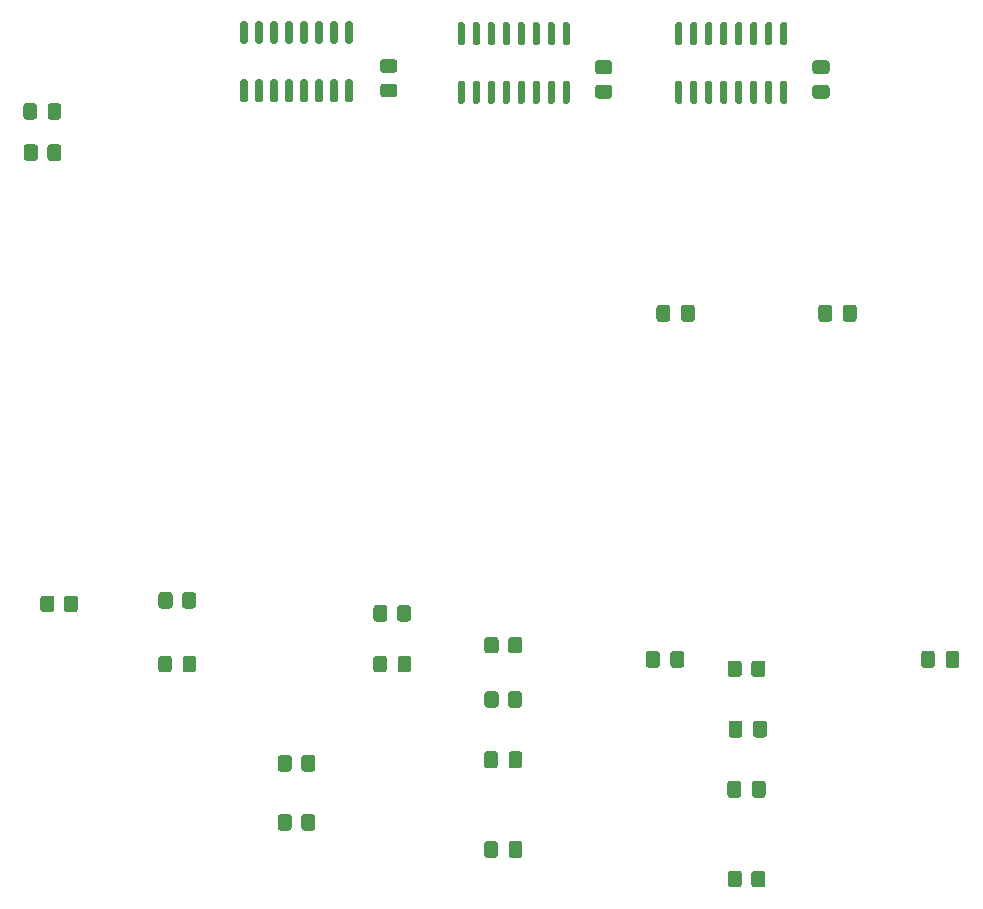
<source format=gtp>
G04 #@! TF.GenerationSoftware,KiCad,Pcbnew,(5.1.9)-1*
G04 #@! TF.CreationDate,2021-10-24T10:29:25-04:00*
G04 #@! TF.ProjectId,loader,6c6f6164-6572-42e6-9b69-6361645f7063,2.0*
G04 #@! TF.SameCoordinates,Original*
G04 #@! TF.FileFunction,Paste,Top*
G04 #@! TF.FilePolarity,Positive*
%FSLAX46Y46*%
G04 Gerber Fmt 4.6, Leading zero omitted, Abs format (unit mm)*
G04 Created by KiCad (PCBNEW (5.1.9)-1) date 2021-10-24 10:29:25*
%MOMM*%
%LPD*%
G01*
G04 APERTURE LIST*
G04 APERTURE END LIST*
G36*
G01*
X116950000Y-107750001D02*
X116950000Y-106849999D01*
G75*
G02*
X117199999Y-106600000I249999J0D01*
G01*
X117850001Y-106600000D01*
G75*
G02*
X118100000Y-106849999I0J-249999D01*
G01*
X118100000Y-107750001D01*
G75*
G02*
X117850001Y-108000000I-249999J0D01*
G01*
X117199999Y-108000000D01*
G75*
G02*
X116950000Y-107750001I0J249999D01*
G01*
G37*
G36*
G01*
X114900000Y-107750001D02*
X114900000Y-106849999D01*
G75*
G02*
X115149999Y-106600000I249999J0D01*
G01*
X115800001Y-106600000D01*
G75*
G02*
X116050000Y-106849999I0J-249999D01*
G01*
X116050000Y-107750001D01*
G75*
G02*
X115800001Y-108000000I-249999J0D01*
G01*
X115149999Y-108000000D01*
G75*
G02*
X114900000Y-107750001I0J249999D01*
G01*
G37*
G36*
G01*
X106100000Y-101749999D02*
X106100000Y-102650001D01*
G75*
G02*
X105850001Y-102900000I-249999J0D01*
G01*
X105149999Y-102900000D01*
G75*
G02*
X104900000Y-102650001I0J249999D01*
G01*
X104900000Y-101749999D01*
G75*
G02*
X105149999Y-101500000I249999J0D01*
G01*
X105850001Y-101500000D01*
G75*
G02*
X106100000Y-101749999I0J-249999D01*
G01*
G37*
G36*
G01*
X108100000Y-101749999D02*
X108100000Y-102650001D01*
G75*
G02*
X107850001Y-102900000I-249999J0D01*
G01*
X107149999Y-102900000D01*
G75*
G02*
X106900000Y-102650001I0J249999D01*
G01*
X106900000Y-101749999D01*
G75*
G02*
X107149999Y-101500000I249999J0D01*
G01*
X107850001Y-101500000D01*
G75*
G02*
X108100000Y-101749999I0J-249999D01*
G01*
G37*
G36*
G01*
X167695000Y-57900000D02*
X167995000Y-57900000D01*
G75*
G02*
X168145000Y-58050000I0J-150000D01*
G01*
X168145000Y-59700000D01*
G75*
G02*
X167995000Y-59850000I-150000J0D01*
G01*
X167695000Y-59850000D01*
G75*
G02*
X167545000Y-59700000I0J150000D01*
G01*
X167545000Y-58050000D01*
G75*
G02*
X167695000Y-57900000I150000J0D01*
G01*
G37*
G36*
G01*
X166425000Y-57900000D02*
X166725000Y-57900000D01*
G75*
G02*
X166875000Y-58050000I0J-150000D01*
G01*
X166875000Y-59700000D01*
G75*
G02*
X166725000Y-59850000I-150000J0D01*
G01*
X166425000Y-59850000D01*
G75*
G02*
X166275000Y-59700000I0J150000D01*
G01*
X166275000Y-58050000D01*
G75*
G02*
X166425000Y-57900000I150000J0D01*
G01*
G37*
G36*
G01*
X165155000Y-57900000D02*
X165455000Y-57900000D01*
G75*
G02*
X165605000Y-58050000I0J-150000D01*
G01*
X165605000Y-59700000D01*
G75*
G02*
X165455000Y-59850000I-150000J0D01*
G01*
X165155000Y-59850000D01*
G75*
G02*
X165005000Y-59700000I0J150000D01*
G01*
X165005000Y-58050000D01*
G75*
G02*
X165155000Y-57900000I150000J0D01*
G01*
G37*
G36*
G01*
X163885000Y-57900000D02*
X164185000Y-57900000D01*
G75*
G02*
X164335000Y-58050000I0J-150000D01*
G01*
X164335000Y-59700000D01*
G75*
G02*
X164185000Y-59850000I-150000J0D01*
G01*
X163885000Y-59850000D01*
G75*
G02*
X163735000Y-59700000I0J150000D01*
G01*
X163735000Y-58050000D01*
G75*
G02*
X163885000Y-57900000I150000J0D01*
G01*
G37*
G36*
G01*
X162615000Y-57900000D02*
X162915000Y-57900000D01*
G75*
G02*
X163065000Y-58050000I0J-150000D01*
G01*
X163065000Y-59700000D01*
G75*
G02*
X162915000Y-59850000I-150000J0D01*
G01*
X162615000Y-59850000D01*
G75*
G02*
X162465000Y-59700000I0J150000D01*
G01*
X162465000Y-58050000D01*
G75*
G02*
X162615000Y-57900000I150000J0D01*
G01*
G37*
G36*
G01*
X161345000Y-57900000D02*
X161645000Y-57900000D01*
G75*
G02*
X161795000Y-58050000I0J-150000D01*
G01*
X161795000Y-59700000D01*
G75*
G02*
X161645000Y-59850000I-150000J0D01*
G01*
X161345000Y-59850000D01*
G75*
G02*
X161195000Y-59700000I0J150000D01*
G01*
X161195000Y-58050000D01*
G75*
G02*
X161345000Y-57900000I150000J0D01*
G01*
G37*
G36*
G01*
X160075000Y-57900000D02*
X160375000Y-57900000D01*
G75*
G02*
X160525000Y-58050000I0J-150000D01*
G01*
X160525000Y-59700000D01*
G75*
G02*
X160375000Y-59850000I-150000J0D01*
G01*
X160075000Y-59850000D01*
G75*
G02*
X159925000Y-59700000I0J150000D01*
G01*
X159925000Y-58050000D01*
G75*
G02*
X160075000Y-57900000I150000J0D01*
G01*
G37*
G36*
G01*
X158805000Y-57900000D02*
X159105000Y-57900000D01*
G75*
G02*
X159255000Y-58050000I0J-150000D01*
G01*
X159255000Y-59700000D01*
G75*
G02*
X159105000Y-59850000I-150000J0D01*
G01*
X158805000Y-59850000D01*
G75*
G02*
X158655000Y-59700000I0J150000D01*
G01*
X158655000Y-58050000D01*
G75*
G02*
X158805000Y-57900000I150000J0D01*
G01*
G37*
G36*
G01*
X158805000Y-52950000D02*
X159105000Y-52950000D01*
G75*
G02*
X159255000Y-53100000I0J-150000D01*
G01*
X159255000Y-54750000D01*
G75*
G02*
X159105000Y-54900000I-150000J0D01*
G01*
X158805000Y-54900000D01*
G75*
G02*
X158655000Y-54750000I0J150000D01*
G01*
X158655000Y-53100000D01*
G75*
G02*
X158805000Y-52950000I150000J0D01*
G01*
G37*
G36*
G01*
X160075000Y-52950000D02*
X160375000Y-52950000D01*
G75*
G02*
X160525000Y-53100000I0J-150000D01*
G01*
X160525000Y-54750000D01*
G75*
G02*
X160375000Y-54900000I-150000J0D01*
G01*
X160075000Y-54900000D01*
G75*
G02*
X159925000Y-54750000I0J150000D01*
G01*
X159925000Y-53100000D01*
G75*
G02*
X160075000Y-52950000I150000J0D01*
G01*
G37*
G36*
G01*
X161345000Y-52950000D02*
X161645000Y-52950000D01*
G75*
G02*
X161795000Y-53100000I0J-150000D01*
G01*
X161795000Y-54750000D01*
G75*
G02*
X161645000Y-54900000I-150000J0D01*
G01*
X161345000Y-54900000D01*
G75*
G02*
X161195000Y-54750000I0J150000D01*
G01*
X161195000Y-53100000D01*
G75*
G02*
X161345000Y-52950000I150000J0D01*
G01*
G37*
G36*
G01*
X162615000Y-52950000D02*
X162915000Y-52950000D01*
G75*
G02*
X163065000Y-53100000I0J-150000D01*
G01*
X163065000Y-54750000D01*
G75*
G02*
X162915000Y-54900000I-150000J0D01*
G01*
X162615000Y-54900000D01*
G75*
G02*
X162465000Y-54750000I0J150000D01*
G01*
X162465000Y-53100000D01*
G75*
G02*
X162615000Y-52950000I150000J0D01*
G01*
G37*
G36*
G01*
X163885000Y-52950000D02*
X164185000Y-52950000D01*
G75*
G02*
X164335000Y-53100000I0J-150000D01*
G01*
X164335000Y-54750000D01*
G75*
G02*
X164185000Y-54900000I-150000J0D01*
G01*
X163885000Y-54900000D01*
G75*
G02*
X163735000Y-54750000I0J150000D01*
G01*
X163735000Y-53100000D01*
G75*
G02*
X163885000Y-52950000I150000J0D01*
G01*
G37*
G36*
G01*
X165155000Y-52950000D02*
X165455000Y-52950000D01*
G75*
G02*
X165605000Y-53100000I0J-150000D01*
G01*
X165605000Y-54750000D01*
G75*
G02*
X165455000Y-54900000I-150000J0D01*
G01*
X165155000Y-54900000D01*
G75*
G02*
X165005000Y-54750000I0J150000D01*
G01*
X165005000Y-53100000D01*
G75*
G02*
X165155000Y-52950000I150000J0D01*
G01*
G37*
G36*
G01*
X166425000Y-52950000D02*
X166725000Y-52950000D01*
G75*
G02*
X166875000Y-53100000I0J-150000D01*
G01*
X166875000Y-54750000D01*
G75*
G02*
X166725000Y-54900000I-150000J0D01*
G01*
X166425000Y-54900000D01*
G75*
G02*
X166275000Y-54750000I0J150000D01*
G01*
X166275000Y-53100000D01*
G75*
G02*
X166425000Y-52950000I150000J0D01*
G01*
G37*
G36*
G01*
X167695000Y-52950000D02*
X167995000Y-52950000D01*
G75*
G02*
X168145000Y-53100000I0J-150000D01*
G01*
X168145000Y-54750000D01*
G75*
G02*
X167995000Y-54900000I-150000J0D01*
G01*
X167695000Y-54900000D01*
G75*
G02*
X167545000Y-54750000I0J150000D01*
G01*
X167545000Y-53100000D01*
G75*
G02*
X167695000Y-52950000I150000J0D01*
G01*
G37*
G36*
G01*
X149295000Y-57900000D02*
X149595000Y-57900000D01*
G75*
G02*
X149745000Y-58050000I0J-150000D01*
G01*
X149745000Y-59700000D01*
G75*
G02*
X149595000Y-59850000I-150000J0D01*
G01*
X149295000Y-59850000D01*
G75*
G02*
X149145000Y-59700000I0J150000D01*
G01*
X149145000Y-58050000D01*
G75*
G02*
X149295000Y-57900000I150000J0D01*
G01*
G37*
G36*
G01*
X148025000Y-57900000D02*
X148325000Y-57900000D01*
G75*
G02*
X148475000Y-58050000I0J-150000D01*
G01*
X148475000Y-59700000D01*
G75*
G02*
X148325000Y-59850000I-150000J0D01*
G01*
X148025000Y-59850000D01*
G75*
G02*
X147875000Y-59700000I0J150000D01*
G01*
X147875000Y-58050000D01*
G75*
G02*
X148025000Y-57900000I150000J0D01*
G01*
G37*
G36*
G01*
X146755000Y-57900000D02*
X147055000Y-57900000D01*
G75*
G02*
X147205000Y-58050000I0J-150000D01*
G01*
X147205000Y-59700000D01*
G75*
G02*
X147055000Y-59850000I-150000J0D01*
G01*
X146755000Y-59850000D01*
G75*
G02*
X146605000Y-59700000I0J150000D01*
G01*
X146605000Y-58050000D01*
G75*
G02*
X146755000Y-57900000I150000J0D01*
G01*
G37*
G36*
G01*
X145485000Y-57900000D02*
X145785000Y-57900000D01*
G75*
G02*
X145935000Y-58050000I0J-150000D01*
G01*
X145935000Y-59700000D01*
G75*
G02*
X145785000Y-59850000I-150000J0D01*
G01*
X145485000Y-59850000D01*
G75*
G02*
X145335000Y-59700000I0J150000D01*
G01*
X145335000Y-58050000D01*
G75*
G02*
X145485000Y-57900000I150000J0D01*
G01*
G37*
G36*
G01*
X144215000Y-57900000D02*
X144515000Y-57900000D01*
G75*
G02*
X144665000Y-58050000I0J-150000D01*
G01*
X144665000Y-59700000D01*
G75*
G02*
X144515000Y-59850000I-150000J0D01*
G01*
X144215000Y-59850000D01*
G75*
G02*
X144065000Y-59700000I0J150000D01*
G01*
X144065000Y-58050000D01*
G75*
G02*
X144215000Y-57900000I150000J0D01*
G01*
G37*
G36*
G01*
X142945000Y-57900000D02*
X143245000Y-57900000D01*
G75*
G02*
X143395000Y-58050000I0J-150000D01*
G01*
X143395000Y-59700000D01*
G75*
G02*
X143245000Y-59850000I-150000J0D01*
G01*
X142945000Y-59850000D01*
G75*
G02*
X142795000Y-59700000I0J150000D01*
G01*
X142795000Y-58050000D01*
G75*
G02*
X142945000Y-57900000I150000J0D01*
G01*
G37*
G36*
G01*
X141675000Y-57900000D02*
X141975000Y-57900000D01*
G75*
G02*
X142125000Y-58050000I0J-150000D01*
G01*
X142125000Y-59700000D01*
G75*
G02*
X141975000Y-59850000I-150000J0D01*
G01*
X141675000Y-59850000D01*
G75*
G02*
X141525000Y-59700000I0J150000D01*
G01*
X141525000Y-58050000D01*
G75*
G02*
X141675000Y-57900000I150000J0D01*
G01*
G37*
G36*
G01*
X140405000Y-57900000D02*
X140705000Y-57900000D01*
G75*
G02*
X140855000Y-58050000I0J-150000D01*
G01*
X140855000Y-59700000D01*
G75*
G02*
X140705000Y-59850000I-150000J0D01*
G01*
X140405000Y-59850000D01*
G75*
G02*
X140255000Y-59700000I0J150000D01*
G01*
X140255000Y-58050000D01*
G75*
G02*
X140405000Y-57900000I150000J0D01*
G01*
G37*
G36*
G01*
X140405000Y-52950000D02*
X140705000Y-52950000D01*
G75*
G02*
X140855000Y-53100000I0J-150000D01*
G01*
X140855000Y-54750000D01*
G75*
G02*
X140705000Y-54900000I-150000J0D01*
G01*
X140405000Y-54900000D01*
G75*
G02*
X140255000Y-54750000I0J150000D01*
G01*
X140255000Y-53100000D01*
G75*
G02*
X140405000Y-52950000I150000J0D01*
G01*
G37*
G36*
G01*
X141675000Y-52950000D02*
X141975000Y-52950000D01*
G75*
G02*
X142125000Y-53100000I0J-150000D01*
G01*
X142125000Y-54750000D01*
G75*
G02*
X141975000Y-54900000I-150000J0D01*
G01*
X141675000Y-54900000D01*
G75*
G02*
X141525000Y-54750000I0J150000D01*
G01*
X141525000Y-53100000D01*
G75*
G02*
X141675000Y-52950000I150000J0D01*
G01*
G37*
G36*
G01*
X142945000Y-52950000D02*
X143245000Y-52950000D01*
G75*
G02*
X143395000Y-53100000I0J-150000D01*
G01*
X143395000Y-54750000D01*
G75*
G02*
X143245000Y-54900000I-150000J0D01*
G01*
X142945000Y-54900000D01*
G75*
G02*
X142795000Y-54750000I0J150000D01*
G01*
X142795000Y-53100000D01*
G75*
G02*
X142945000Y-52950000I150000J0D01*
G01*
G37*
G36*
G01*
X144215000Y-52950000D02*
X144515000Y-52950000D01*
G75*
G02*
X144665000Y-53100000I0J-150000D01*
G01*
X144665000Y-54750000D01*
G75*
G02*
X144515000Y-54900000I-150000J0D01*
G01*
X144215000Y-54900000D01*
G75*
G02*
X144065000Y-54750000I0J150000D01*
G01*
X144065000Y-53100000D01*
G75*
G02*
X144215000Y-52950000I150000J0D01*
G01*
G37*
G36*
G01*
X145485000Y-52950000D02*
X145785000Y-52950000D01*
G75*
G02*
X145935000Y-53100000I0J-150000D01*
G01*
X145935000Y-54750000D01*
G75*
G02*
X145785000Y-54900000I-150000J0D01*
G01*
X145485000Y-54900000D01*
G75*
G02*
X145335000Y-54750000I0J150000D01*
G01*
X145335000Y-53100000D01*
G75*
G02*
X145485000Y-52950000I150000J0D01*
G01*
G37*
G36*
G01*
X146755000Y-52950000D02*
X147055000Y-52950000D01*
G75*
G02*
X147205000Y-53100000I0J-150000D01*
G01*
X147205000Y-54750000D01*
G75*
G02*
X147055000Y-54900000I-150000J0D01*
G01*
X146755000Y-54900000D01*
G75*
G02*
X146605000Y-54750000I0J150000D01*
G01*
X146605000Y-53100000D01*
G75*
G02*
X146755000Y-52950000I150000J0D01*
G01*
G37*
G36*
G01*
X148025000Y-52950000D02*
X148325000Y-52950000D01*
G75*
G02*
X148475000Y-53100000I0J-150000D01*
G01*
X148475000Y-54750000D01*
G75*
G02*
X148325000Y-54900000I-150000J0D01*
G01*
X148025000Y-54900000D01*
G75*
G02*
X147875000Y-54750000I0J150000D01*
G01*
X147875000Y-53100000D01*
G75*
G02*
X148025000Y-52950000I150000J0D01*
G01*
G37*
G36*
G01*
X149295000Y-52950000D02*
X149595000Y-52950000D01*
G75*
G02*
X149745000Y-53100000I0J-150000D01*
G01*
X149745000Y-54750000D01*
G75*
G02*
X149595000Y-54900000I-150000J0D01*
G01*
X149295000Y-54900000D01*
G75*
G02*
X149145000Y-54750000I0J150000D01*
G01*
X149145000Y-53100000D01*
G75*
G02*
X149295000Y-52950000I150000J0D01*
G01*
G37*
G36*
G01*
X130895000Y-57800000D02*
X131195000Y-57800000D01*
G75*
G02*
X131345000Y-57950000I0J-150000D01*
G01*
X131345000Y-59600000D01*
G75*
G02*
X131195000Y-59750000I-150000J0D01*
G01*
X130895000Y-59750000D01*
G75*
G02*
X130745000Y-59600000I0J150000D01*
G01*
X130745000Y-57950000D01*
G75*
G02*
X130895000Y-57800000I150000J0D01*
G01*
G37*
G36*
G01*
X129625000Y-57800000D02*
X129925000Y-57800000D01*
G75*
G02*
X130075000Y-57950000I0J-150000D01*
G01*
X130075000Y-59600000D01*
G75*
G02*
X129925000Y-59750000I-150000J0D01*
G01*
X129625000Y-59750000D01*
G75*
G02*
X129475000Y-59600000I0J150000D01*
G01*
X129475000Y-57950000D01*
G75*
G02*
X129625000Y-57800000I150000J0D01*
G01*
G37*
G36*
G01*
X128355000Y-57800000D02*
X128655000Y-57800000D01*
G75*
G02*
X128805000Y-57950000I0J-150000D01*
G01*
X128805000Y-59600000D01*
G75*
G02*
X128655000Y-59750000I-150000J0D01*
G01*
X128355000Y-59750000D01*
G75*
G02*
X128205000Y-59600000I0J150000D01*
G01*
X128205000Y-57950000D01*
G75*
G02*
X128355000Y-57800000I150000J0D01*
G01*
G37*
G36*
G01*
X127085000Y-57800000D02*
X127385000Y-57800000D01*
G75*
G02*
X127535000Y-57950000I0J-150000D01*
G01*
X127535000Y-59600000D01*
G75*
G02*
X127385000Y-59750000I-150000J0D01*
G01*
X127085000Y-59750000D01*
G75*
G02*
X126935000Y-59600000I0J150000D01*
G01*
X126935000Y-57950000D01*
G75*
G02*
X127085000Y-57800000I150000J0D01*
G01*
G37*
G36*
G01*
X125815000Y-57800000D02*
X126115000Y-57800000D01*
G75*
G02*
X126265000Y-57950000I0J-150000D01*
G01*
X126265000Y-59600000D01*
G75*
G02*
X126115000Y-59750000I-150000J0D01*
G01*
X125815000Y-59750000D01*
G75*
G02*
X125665000Y-59600000I0J150000D01*
G01*
X125665000Y-57950000D01*
G75*
G02*
X125815000Y-57800000I150000J0D01*
G01*
G37*
G36*
G01*
X124545000Y-57800000D02*
X124845000Y-57800000D01*
G75*
G02*
X124995000Y-57950000I0J-150000D01*
G01*
X124995000Y-59600000D01*
G75*
G02*
X124845000Y-59750000I-150000J0D01*
G01*
X124545000Y-59750000D01*
G75*
G02*
X124395000Y-59600000I0J150000D01*
G01*
X124395000Y-57950000D01*
G75*
G02*
X124545000Y-57800000I150000J0D01*
G01*
G37*
G36*
G01*
X123275000Y-57800000D02*
X123575000Y-57800000D01*
G75*
G02*
X123725000Y-57950000I0J-150000D01*
G01*
X123725000Y-59600000D01*
G75*
G02*
X123575000Y-59750000I-150000J0D01*
G01*
X123275000Y-59750000D01*
G75*
G02*
X123125000Y-59600000I0J150000D01*
G01*
X123125000Y-57950000D01*
G75*
G02*
X123275000Y-57800000I150000J0D01*
G01*
G37*
G36*
G01*
X122005000Y-57800000D02*
X122305000Y-57800000D01*
G75*
G02*
X122455000Y-57950000I0J-150000D01*
G01*
X122455000Y-59600000D01*
G75*
G02*
X122305000Y-59750000I-150000J0D01*
G01*
X122005000Y-59750000D01*
G75*
G02*
X121855000Y-59600000I0J150000D01*
G01*
X121855000Y-57950000D01*
G75*
G02*
X122005000Y-57800000I150000J0D01*
G01*
G37*
G36*
G01*
X122005000Y-52850000D02*
X122305000Y-52850000D01*
G75*
G02*
X122455000Y-53000000I0J-150000D01*
G01*
X122455000Y-54650000D01*
G75*
G02*
X122305000Y-54800000I-150000J0D01*
G01*
X122005000Y-54800000D01*
G75*
G02*
X121855000Y-54650000I0J150000D01*
G01*
X121855000Y-53000000D01*
G75*
G02*
X122005000Y-52850000I150000J0D01*
G01*
G37*
G36*
G01*
X123275000Y-52850000D02*
X123575000Y-52850000D01*
G75*
G02*
X123725000Y-53000000I0J-150000D01*
G01*
X123725000Y-54650000D01*
G75*
G02*
X123575000Y-54800000I-150000J0D01*
G01*
X123275000Y-54800000D01*
G75*
G02*
X123125000Y-54650000I0J150000D01*
G01*
X123125000Y-53000000D01*
G75*
G02*
X123275000Y-52850000I150000J0D01*
G01*
G37*
G36*
G01*
X124545000Y-52850000D02*
X124845000Y-52850000D01*
G75*
G02*
X124995000Y-53000000I0J-150000D01*
G01*
X124995000Y-54650000D01*
G75*
G02*
X124845000Y-54800000I-150000J0D01*
G01*
X124545000Y-54800000D01*
G75*
G02*
X124395000Y-54650000I0J150000D01*
G01*
X124395000Y-53000000D01*
G75*
G02*
X124545000Y-52850000I150000J0D01*
G01*
G37*
G36*
G01*
X125815000Y-52850000D02*
X126115000Y-52850000D01*
G75*
G02*
X126265000Y-53000000I0J-150000D01*
G01*
X126265000Y-54650000D01*
G75*
G02*
X126115000Y-54800000I-150000J0D01*
G01*
X125815000Y-54800000D01*
G75*
G02*
X125665000Y-54650000I0J150000D01*
G01*
X125665000Y-53000000D01*
G75*
G02*
X125815000Y-52850000I150000J0D01*
G01*
G37*
G36*
G01*
X127085000Y-52850000D02*
X127385000Y-52850000D01*
G75*
G02*
X127535000Y-53000000I0J-150000D01*
G01*
X127535000Y-54650000D01*
G75*
G02*
X127385000Y-54800000I-150000J0D01*
G01*
X127085000Y-54800000D01*
G75*
G02*
X126935000Y-54650000I0J150000D01*
G01*
X126935000Y-53000000D01*
G75*
G02*
X127085000Y-52850000I150000J0D01*
G01*
G37*
G36*
G01*
X128355000Y-52850000D02*
X128655000Y-52850000D01*
G75*
G02*
X128805000Y-53000000I0J-150000D01*
G01*
X128805000Y-54650000D01*
G75*
G02*
X128655000Y-54800000I-150000J0D01*
G01*
X128355000Y-54800000D01*
G75*
G02*
X128205000Y-54650000I0J150000D01*
G01*
X128205000Y-53000000D01*
G75*
G02*
X128355000Y-52850000I150000J0D01*
G01*
G37*
G36*
G01*
X129625000Y-52850000D02*
X129925000Y-52850000D01*
G75*
G02*
X130075000Y-53000000I0J-150000D01*
G01*
X130075000Y-54650000D01*
G75*
G02*
X129925000Y-54800000I-150000J0D01*
G01*
X129625000Y-54800000D01*
G75*
G02*
X129475000Y-54650000I0J150000D01*
G01*
X129475000Y-53000000D01*
G75*
G02*
X129625000Y-52850000I150000J0D01*
G01*
G37*
G36*
G01*
X130895000Y-52850000D02*
X131195000Y-52850000D01*
G75*
G02*
X131345000Y-53000000I0J-150000D01*
G01*
X131345000Y-54650000D01*
G75*
G02*
X131195000Y-54800000I-150000J0D01*
G01*
X130895000Y-54800000D01*
G75*
G02*
X130745000Y-54650000I0J150000D01*
G01*
X130745000Y-53000000D01*
G75*
G02*
X130895000Y-52850000I150000J0D01*
G01*
G37*
G36*
G01*
X134300000Y-102549999D02*
X134300000Y-103450001D01*
G75*
G02*
X134050001Y-103700000I-249999J0D01*
G01*
X133349999Y-103700000D01*
G75*
G02*
X133100000Y-103450001I0J249999D01*
G01*
X133100000Y-102549999D01*
G75*
G02*
X133349999Y-102300000I249999J0D01*
G01*
X134050001Y-102300000D01*
G75*
G02*
X134300000Y-102549999I0J-249999D01*
G01*
G37*
G36*
G01*
X136300000Y-102549999D02*
X136300000Y-103450001D01*
G75*
G02*
X136050001Y-103700000I-249999J0D01*
G01*
X135349999Y-103700000D01*
G75*
G02*
X135100000Y-103450001I0J249999D01*
G01*
X135100000Y-102549999D01*
G75*
G02*
X135349999Y-102300000I249999J0D01*
G01*
X136050001Y-102300000D01*
G75*
G02*
X136300000Y-102549999I0J-249999D01*
G01*
G37*
G36*
G01*
X116100000Y-101449999D02*
X116100000Y-102350001D01*
G75*
G02*
X115850001Y-102600000I-249999J0D01*
G01*
X115149999Y-102600000D01*
G75*
G02*
X114900000Y-102350001I0J249999D01*
G01*
X114900000Y-101449999D01*
G75*
G02*
X115149999Y-101200000I249999J0D01*
G01*
X115850001Y-101200000D01*
G75*
G02*
X116100000Y-101449999I0J-249999D01*
G01*
G37*
G36*
G01*
X118100000Y-101449999D02*
X118100000Y-102350001D01*
G75*
G02*
X117850001Y-102600000I-249999J0D01*
G01*
X117149999Y-102600000D01*
G75*
G02*
X116900000Y-102350001I0J249999D01*
G01*
X116900000Y-101449999D01*
G75*
G02*
X117149999Y-101200000I249999J0D01*
G01*
X117850001Y-101200000D01*
G75*
G02*
X118100000Y-101449999I0J-249999D01*
G01*
G37*
G36*
G01*
X135150000Y-107750001D02*
X135150000Y-106849999D01*
G75*
G02*
X135399999Y-106600000I249999J0D01*
G01*
X136050001Y-106600000D01*
G75*
G02*
X136300000Y-106849999I0J-249999D01*
G01*
X136300000Y-107750001D01*
G75*
G02*
X136050001Y-108000000I-249999J0D01*
G01*
X135399999Y-108000000D01*
G75*
G02*
X135150000Y-107750001I0J249999D01*
G01*
G37*
G36*
G01*
X133100000Y-107750001D02*
X133100000Y-106849999D01*
G75*
G02*
X133349999Y-106600000I249999J0D01*
G01*
X134000001Y-106600000D01*
G75*
G02*
X134250000Y-106849999I0J-249999D01*
G01*
X134250000Y-107750001D01*
G75*
G02*
X134000001Y-108000000I-249999J0D01*
G01*
X133349999Y-108000000D01*
G75*
G02*
X133100000Y-107750001I0J249999D01*
G01*
G37*
G36*
G01*
X143700000Y-105249999D02*
X143700000Y-106150001D01*
G75*
G02*
X143450001Y-106400000I-249999J0D01*
G01*
X142749999Y-106400000D01*
G75*
G02*
X142500000Y-106150001I0J249999D01*
G01*
X142500000Y-105249999D01*
G75*
G02*
X142749999Y-105000000I249999J0D01*
G01*
X143450001Y-105000000D01*
G75*
G02*
X143700000Y-105249999I0J-249999D01*
G01*
G37*
G36*
G01*
X145700000Y-105249999D02*
X145700000Y-106150001D01*
G75*
G02*
X145450001Y-106400000I-249999J0D01*
G01*
X144749999Y-106400000D01*
G75*
G02*
X144500000Y-106150001I0J249999D01*
G01*
X144500000Y-105249999D01*
G75*
G02*
X144749999Y-105000000I249999J0D01*
G01*
X145450001Y-105000000D01*
G75*
G02*
X145700000Y-105249999I0J-249999D01*
G01*
G37*
G36*
G01*
X126200000Y-120249999D02*
X126200000Y-121150001D01*
G75*
G02*
X125950001Y-121400000I-249999J0D01*
G01*
X125249999Y-121400000D01*
G75*
G02*
X125000000Y-121150001I0J249999D01*
G01*
X125000000Y-120249999D01*
G75*
G02*
X125249999Y-120000000I249999J0D01*
G01*
X125950001Y-120000000D01*
G75*
G02*
X126200000Y-120249999I0J-249999D01*
G01*
G37*
G36*
G01*
X128200000Y-120249999D02*
X128200000Y-121150001D01*
G75*
G02*
X127950001Y-121400000I-249999J0D01*
G01*
X127249999Y-121400000D01*
G75*
G02*
X127000000Y-121150001I0J249999D01*
G01*
X127000000Y-120249999D01*
G75*
G02*
X127249999Y-120000000I249999J0D01*
G01*
X127950001Y-120000000D01*
G75*
G02*
X128200000Y-120249999I0J-249999D01*
G01*
G37*
G36*
G01*
X127000000Y-116150001D02*
X127000000Y-115249999D01*
G75*
G02*
X127249999Y-115000000I249999J0D01*
G01*
X127950001Y-115000000D01*
G75*
G02*
X128200000Y-115249999I0J-249999D01*
G01*
X128200000Y-116150001D01*
G75*
G02*
X127950001Y-116400000I-249999J0D01*
G01*
X127249999Y-116400000D01*
G75*
G02*
X127000000Y-116150001I0J249999D01*
G01*
G37*
G36*
G01*
X125000000Y-116150001D02*
X125000000Y-115249999D01*
G75*
G02*
X125249999Y-115000000I249999J0D01*
G01*
X125950001Y-115000000D01*
G75*
G02*
X126200000Y-115249999I0J-249999D01*
G01*
X126200000Y-116150001D01*
G75*
G02*
X125950001Y-116400000I-249999J0D01*
G01*
X125249999Y-116400000D01*
G75*
G02*
X125000000Y-116150001I0J249999D01*
G01*
G37*
G36*
G01*
X164300000Y-107249999D02*
X164300000Y-108150001D01*
G75*
G02*
X164050001Y-108400000I-249999J0D01*
G01*
X163349999Y-108400000D01*
G75*
G02*
X163100000Y-108150001I0J249999D01*
G01*
X163100000Y-107249999D01*
G75*
G02*
X163349999Y-107000000I249999J0D01*
G01*
X164050001Y-107000000D01*
G75*
G02*
X164300000Y-107249999I0J-249999D01*
G01*
G37*
G36*
G01*
X166300000Y-107249999D02*
X166300000Y-108150001D01*
G75*
G02*
X166050001Y-108400000I-249999J0D01*
G01*
X165349999Y-108400000D01*
G75*
G02*
X165100000Y-108150001I0J249999D01*
G01*
X165100000Y-107249999D01*
G75*
G02*
X165349999Y-107000000I249999J0D01*
G01*
X166050001Y-107000000D01*
G75*
G02*
X166300000Y-107249999I0J-249999D01*
G01*
G37*
G36*
G01*
X164300000Y-125049999D02*
X164300000Y-125950001D01*
G75*
G02*
X164050001Y-126200000I-249999J0D01*
G01*
X163349999Y-126200000D01*
G75*
G02*
X163100000Y-125950001I0J249999D01*
G01*
X163100000Y-125049999D01*
G75*
G02*
X163349999Y-124800000I249999J0D01*
G01*
X164050001Y-124800000D01*
G75*
G02*
X164300000Y-125049999I0J-249999D01*
G01*
G37*
G36*
G01*
X166300000Y-125049999D02*
X166300000Y-125950001D01*
G75*
G02*
X166050001Y-126200000I-249999J0D01*
G01*
X165349999Y-126200000D01*
G75*
G02*
X165100000Y-125950001I0J249999D01*
G01*
X165100000Y-125049999D01*
G75*
G02*
X165349999Y-124800000I249999J0D01*
G01*
X166050001Y-124800000D01*
G75*
G02*
X166300000Y-125049999I0J-249999D01*
G01*
G37*
G36*
G01*
X144500000Y-110750001D02*
X144500000Y-109849999D01*
G75*
G02*
X144749999Y-109600000I249999J0D01*
G01*
X145450001Y-109600000D01*
G75*
G02*
X145700000Y-109849999I0J-249999D01*
G01*
X145700000Y-110750001D01*
G75*
G02*
X145450001Y-111000000I-249999J0D01*
G01*
X144749999Y-111000000D01*
G75*
G02*
X144500000Y-110750001I0J249999D01*
G01*
G37*
G36*
G01*
X142500000Y-110750001D02*
X142500000Y-109849999D01*
G75*
G02*
X142749999Y-109600000I249999J0D01*
G01*
X143450001Y-109600000D01*
G75*
G02*
X143700000Y-109849999I0J-249999D01*
G01*
X143700000Y-110750001D01*
G75*
G02*
X143450001Y-111000000I-249999J0D01*
G01*
X142749999Y-111000000D01*
G75*
G02*
X142500000Y-110750001I0J249999D01*
G01*
G37*
G36*
G01*
X165250000Y-113275000D02*
X165250000Y-112325000D01*
G75*
G02*
X165500000Y-112075000I250000J0D01*
G01*
X166175000Y-112075000D01*
G75*
G02*
X166425000Y-112325000I0J-250000D01*
G01*
X166425000Y-113275000D01*
G75*
G02*
X166175000Y-113525000I-250000J0D01*
G01*
X165500000Y-113525000D01*
G75*
G02*
X165250000Y-113275000I0J250000D01*
G01*
G37*
G36*
G01*
X163175000Y-113275000D02*
X163175000Y-112325000D01*
G75*
G02*
X163425000Y-112075000I250000J0D01*
G01*
X164100000Y-112075000D01*
G75*
G02*
X164350000Y-112325000I0J-250000D01*
G01*
X164350000Y-113275000D01*
G75*
G02*
X164100000Y-113525000I-250000J0D01*
G01*
X163425000Y-113525000D01*
G75*
G02*
X163175000Y-113275000I0J250000D01*
G01*
G37*
G36*
G01*
X165150000Y-118375000D02*
X165150000Y-117425000D01*
G75*
G02*
X165400000Y-117175000I250000J0D01*
G01*
X166075000Y-117175000D01*
G75*
G02*
X166325000Y-117425000I0J-250000D01*
G01*
X166325000Y-118375000D01*
G75*
G02*
X166075000Y-118625000I-250000J0D01*
G01*
X165400000Y-118625000D01*
G75*
G02*
X165150000Y-118375000I0J250000D01*
G01*
G37*
G36*
G01*
X163075000Y-118375000D02*
X163075000Y-117425000D01*
G75*
G02*
X163325000Y-117175000I250000J0D01*
G01*
X164000000Y-117175000D01*
G75*
G02*
X164250000Y-117425000I0J-250000D01*
G01*
X164250000Y-118375000D01*
G75*
G02*
X164000000Y-118625000I-250000J0D01*
G01*
X163325000Y-118625000D01*
G75*
G02*
X163075000Y-118375000I0J250000D01*
G01*
G37*
G36*
G01*
X143650000Y-122525000D02*
X143650000Y-123475000D01*
G75*
G02*
X143400000Y-123725000I-250000J0D01*
G01*
X142725000Y-123725000D01*
G75*
G02*
X142475000Y-123475000I0J250000D01*
G01*
X142475000Y-122525000D01*
G75*
G02*
X142725000Y-122275000I250000J0D01*
G01*
X143400000Y-122275000D01*
G75*
G02*
X143650000Y-122525000I0J-250000D01*
G01*
G37*
G36*
G01*
X145725000Y-122525000D02*
X145725000Y-123475000D01*
G75*
G02*
X145475000Y-123725000I-250000J0D01*
G01*
X144800000Y-123725000D01*
G75*
G02*
X144550000Y-123475000I0J250000D01*
G01*
X144550000Y-122525000D01*
G75*
G02*
X144800000Y-122275000I250000J0D01*
G01*
X145475000Y-122275000D01*
G75*
G02*
X145725000Y-122525000I0J-250000D01*
G01*
G37*
G36*
G01*
X143650000Y-114925000D02*
X143650000Y-115875000D01*
G75*
G02*
X143400000Y-116125000I-250000J0D01*
G01*
X142725000Y-116125000D01*
G75*
G02*
X142475000Y-115875000I0J250000D01*
G01*
X142475000Y-114925000D01*
G75*
G02*
X142725000Y-114675000I250000J0D01*
G01*
X143400000Y-114675000D01*
G75*
G02*
X143650000Y-114925000I0J-250000D01*
G01*
G37*
G36*
G01*
X145725000Y-114925000D02*
X145725000Y-115875000D01*
G75*
G02*
X145475000Y-116125000I-250000J0D01*
G01*
X144800000Y-116125000D01*
G75*
G02*
X144550000Y-115875000I0J250000D01*
G01*
X144550000Y-114925000D01*
G75*
G02*
X144800000Y-114675000I250000J0D01*
G01*
X145475000Y-114675000D01*
G75*
G02*
X145725000Y-114925000I0J-250000D01*
G01*
G37*
G36*
G01*
X181550000Y-107375000D02*
X181550000Y-106425000D01*
G75*
G02*
X181800000Y-106175000I250000J0D01*
G01*
X182475000Y-106175000D01*
G75*
G02*
X182725000Y-106425000I0J-250000D01*
G01*
X182725000Y-107375000D01*
G75*
G02*
X182475000Y-107625000I-250000J0D01*
G01*
X181800000Y-107625000D01*
G75*
G02*
X181550000Y-107375000I0J250000D01*
G01*
G37*
G36*
G01*
X179475000Y-107375000D02*
X179475000Y-106425000D01*
G75*
G02*
X179725000Y-106175000I250000J0D01*
G01*
X180400000Y-106175000D01*
G75*
G02*
X180650000Y-106425000I0J-250000D01*
G01*
X180650000Y-107375000D01*
G75*
G02*
X180400000Y-107625000I-250000J0D01*
G01*
X179725000Y-107625000D01*
G75*
G02*
X179475000Y-107375000I0J250000D01*
G01*
G37*
G36*
G01*
X158250000Y-107375000D02*
X158250000Y-106425000D01*
G75*
G02*
X158500000Y-106175000I250000J0D01*
G01*
X159175000Y-106175000D01*
G75*
G02*
X159425000Y-106425000I0J-250000D01*
G01*
X159425000Y-107375000D01*
G75*
G02*
X159175000Y-107625000I-250000J0D01*
G01*
X158500000Y-107625000D01*
G75*
G02*
X158250000Y-107375000I0J250000D01*
G01*
G37*
G36*
G01*
X156175000Y-107375000D02*
X156175000Y-106425000D01*
G75*
G02*
X156425000Y-106175000I250000J0D01*
G01*
X157100000Y-106175000D01*
G75*
G02*
X157350000Y-106425000I0J-250000D01*
G01*
X157350000Y-107375000D01*
G75*
G02*
X157100000Y-107625000I-250000J0D01*
G01*
X156425000Y-107625000D01*
G75*
G02*
X156175000Y-107375000I0J250000D01*
G01*
G37*
G36*
G01*
X159150000Y-78075000D02*
X159150000Y-77125000D01*
G75*
G02*
X159400000Y-76875000I250000J0D01*
G01*
X160075000Y-76875000D01*
G75*
G02*
X160325000Y-77125000I0J-250000D01*
G01*
X160325000Y-78075000D01*
G75*
G02*
X160075000Y-78325000I-250000J0D01*
G01*
X159400000Y-78325000D01*
G75*
G02*
X159150000Y-78075000I0J250000D01*
G01*
G37*
G36*
G01*
X157075000Y-78075000D02*
X157075000Y-77125000D01*
G75*
G02*
X157325000Y-76875000I250000J0D01*
G01*
X158000000Y-76875000D01*
G75*
G02*
X158250000Y-77125000I0J-250000D01*
G01*
X158250000Y-78075000D01*
G75*
G02*
X158000000Y-78325000I-250000J0D01*
G01*
X157325000Y-78325000D01*
G75*
G02*
X157075000Y-78075000I0J250000D01*
G01*
G37*
G36*
G01*
X170525000Y-58250000D02*
X171475000Y-58250000D01*
G75*
G02*
X171725000Y-58500000I0J-250000D01*
G01*
X171725000Y-59175000D01*
G75*
G02*
X171475000Y-59425000I-250000J0D01*
G01*
X170525000Y-59425000D01*
G75*
G02*
X170275000Y-59175000I0J250000D01*
G01*
X170275000Y-58500000D01*
G75*
G02*
X170525000Y-58250000I250000J0D01*
G01*
G37*
G36*
G01*
X170525000Y-56175000D02*
X171475000Y-56175000D01*
G75*
G02*
X171725000Y-56425000I0J-250000D01*
G01*
X171725000Y-57100000D01*
G75*
G02*
X171475000Y-57350000I-250000J0D01*
G01*
X170525000Y-57350000D01*
G75*
G02*
X170275000Y-57100000I0J250000D01*
G01*
X170275000Y-56425000D01*
G75*
G02*
X170525000Y-56175000I250000J0D01*
G01*
G37*
G36*
G01*
X172850000Y-78075000D02*
X172850000Y-77125000D01*
G75*
G02*
X173100000Y-76875000I250000J0D01*
G01*
X173775000Y-76875000D01*
G75*
G02*
X174025000Y-77125000I0J-250000D01*
G01*
X174025000Y-78075000D01*
G75*
G02*
X173775000Y-78325000I-250000J0D01*
G01*
X173100000Y-78325000D01*
G75*
G02*
X172850000Y-78075000I0J250000D01*
G01*
G37*
G36*
G01*
X170775000Y-78075000D02*
X170775000Y-77125000D01*
G75*
G02*
X171025000Y-76875000I250000J0D01*
G01*
X171700000Y-76875000D01*
G75*
G02*
X171950000Y-77125000I0J-250000D01*
G01*
X171950000Y-78075000D01*
G75*
G02*
X171700000Y-78325000I-250000J0D01*
G01*
X171025000Y-78325000D01*
G75*
G02*
X170775000Y-78075000I0J250000D01*
G01*
G37*
G36*
G01*
X105500000Y-64450001D02*
X105500000Y-63549999D01*
G75*
G02*
X105749999Y-63300000I249999J0D01*
G01*
X106450001Y-63300000D01*
G75*
G02*
X106700000Y-63549999I0J-249999D01*
G01*
X106700000Y-64450001D01*
G75*
G02*
X106450001Y-64700000I-249999J0D01*
G01*
X105749999Y-64700000D01*
G75*
G02*
X105500000Y-64450001I0J249999D01*
G01*
G37*
G36*
G01*
X103500000Y-64450001D02*
X103500000Y-63549999D01*
G75*
G02*
X103749999Y-63300000I249999J0D01*
G01*
X104450001Y-63300000D01*
G75*
G02*
X104700000Y-63549999I0J-249999D01*
G01*
X104700000Y-64450001D01*
G75*
G02*
X104450001Y-64700000I-249999J0D01*
G01*
X103749999Y-64700000D01*
G75*
G02*
X103500000Y-64450001I0J249999D01*
G01*
G37*
G36*
G01*
X104625000Y-60049999D02*
X104625000Y-60950001D01*
G75*
G02*
X104375001Y-61200000I-249999J0D01*
G01*
X103724999Y-61200000D01*
G75*
G02*
X103475000Y-60950001I0J249999D01*
G01*
X103475000Y-60049999D01*
G75*
G02*
X103724999Y-59800000I249999J0D01*
G01*
X104375001Y-59800000D01*
G75*
G02*
X104625000Y-60049999I0J-249999D01*
G01*
G37*
G36*
G01*
X106675000Y-60049999D02*
X106675000Y-60950001D01*
G75*
G02*
X106425001Y-61200000I-249999J0D01*
G01*
X105774999Y-61200000D01*
G75*
G02*
X105525000Y-60950001I0J249999D01*
G01*
X105525000Y-60049999D01*
G75*
G02*
X105774999Y-59800000I249999J0D01*
G01*
X106425001Y-59800000D01*
G75*
G02*
X106675000Y-60049999I0J-249999D01*
G01*
G37*
G36*
G01*
X152125000Y-58250000D02*
X153075000Y-58250000D01*
G75*
G02*
X153325000Y-58500000I0J-250000D01*
G01*
X153325000Y-59175000D01*
G75*
G02*
X153075000Y-59425000I-250000J0D01*
G01*
X152125000Y-59425000D01*
G75*
G02*
X151875000Y-59175000I0J250000D01*
G01*
X151875000Y-58500000D01*
G75*
G02*
X152125000Y-58250000I250000J0D01*
G01*
G37*
G36*
G01*
X152125000Y-56175000D02*
X153075000Y-56175000D01*
G75*
G02*
X153325000Y-56425000I0J-250000D01*
G01*
X153325000Y-57100000D01*
G75*
G02*
X153075000Y-57350000I-250000J0D01*
G01*
X152125000Y-57350000D01*
G75*
G02*
X151875000Y-57100000I0J250000D01*
G01*
X151875000Y-56425000D01*
G75*
G02*
X152125000Y-56175000I250000J0D01*
G01*
G37*
G36*
G01*
X133925000Y-58150000D02*
X134875000Y-58150000D01*
G75*
G02*
X135125000Y-58400000I0J-250000D01*
G01*
X135125000Y-59075000D01*
G75*
G02*
X134875000Y-59325000I-250000J0D01*
G01*
X133925000Y-59325000D01*
G75*
G02*
X133675000Y-59075000I0J250000D01*
G01*
X133675000Y-58400000D01*
G75*
G02*
X133925000Y-58150000I250000J0D01*
G01*
G37*
G36*
G01*
X133925000Y-56075000D02*
X134875000Y-56075000D01*
G75*
G02*
X135125000Y-56325000I0J-250000D01*
G01*
X135125000Y-57000000D01*
G75*
G02*
X134875000Y-57250000I-250000J0D01*
G01*
X133925000Y-57250000D01*
G75*
G02*
X133675000Y-57000000I0J250000D01*
G01*
X133675000Y-56325000D01*
G75*
G02*
X133925000Y-56075000I250000J0D01*
G01*
G37*
M02*

</source>
